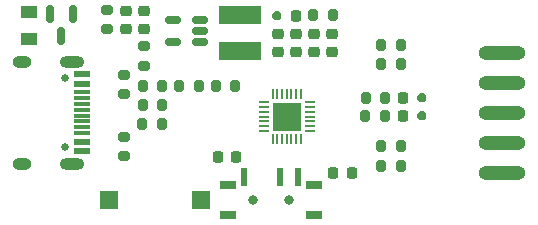
<source format=gbr>
%TF.GenerationSoftware,KiCad,Pcbnew,(6.0.5)*%
%TF.CreationDate,2022-07-01T09:43:07+08:00*%
%TF.ProjectId,dap_ch549f,6461705f-6368-4353-9439-662e6b696361,rev?*%
%TF.SameCoordinates,Original*%
%TF.FileFunction,Soldermask,Top*%
%TF.FilePolarity,Negative*%
%FSLAX46Y46*%
G04 Gerber Fmt 4.6, Leading zero omitted, Abs format (unit mm)*
G04 Created by KiCad (PCBNEW (6.0.5)) date 2022-07-01 09:43:07*
%MOMM*%
%LPD*%
G01*
G04 APERTURE LIST*
G04 Aperture macros list*
%AMRoundRect*
0 Rectangle with rounded corners*
0 $1 Rounding radius*
0 $2 $3 $4 $5 $6 $7 $8 $9 X,Y pos of 4 corners*
0 Add a 4 corners polygon primitive as box body*
4,1,4,$2,$3,$4,$5,$6,$7,$8,$9,$2,$3,0*
0 Add four circle primitives for the rounded corners*
1,1,$1+$1,$2,$3*
1,1,$1+$1,$4,$5*
1,1,$1+$1,$6,$7*
1,1,$1+$1,$8,$9*
0 Add four rect primitives between the rounded corners*
20,1,$1+$1,$2,$3,$4,$5,0*
20,1,$1+$1,$4,$5,$6,$7,0*
20,1,$1+$1,$6,$7,$8,$9,0*
20,1,$1+$1,$8,$9,$2,$3,0*%
%AMOutline5P*
0 Free polygon, 5 corners , with rotation*
0 The origin of the aperture is its center*
0 number of corners: always 5*
0 $1 to $10 corner X, Y*
0 $11 Rotation angle, in degrees counterclockwise*
0 create outline with 5 corners*
4,1,5,$1,$2,$3,$4,$5,$6,$7,$8,$9,$10,$1,$2,$11*%
%AMOutline6P*
0 Free polygon, 6 corners , with rotation*
0 The origin of the aperture is its center*
0 number of corners: always 6*
0 $1 to $12 corner X, Y*
0 $13 Rotation angle, in degrees counterclockwise*
0 create outline with 6 corners*
4,1,6,$1,$2,$3,$4,$5,$6,$7,$8,$9,$10,$11,$12,$1,$2,$13*%
%AMOutline7P*
0 Free polygon, 7 corners , with rotation*
0 The origin of the aperture is its center*
0 number of corners: always 7*
0 $1 to $14 corner X, Y*
0 $15 Rotation angle, in degrees counterclockwise*
0 create outline with 7 corners*
4,1,7,$1,$2,$3,$4,$5,$6,$7,$8,$9,$10,$11,$12,$13,$14,$1,$2,$15*%
%AMOutline8P*
0 Free polygon, 8 corners , with rotation*
0 The origin of the aperture is its center*
0 number of corners: always 8*
0 $1 to $16 corner X, Y*
0 $17 Rotation angle, in degrees counterclockwise*
0 create outline with 8 corners*
4,1,8,$1,$2,$3,$4,$5,$6,$7,$8,$9,$10,$11,$12,$13,$14,$15,$16,$1,$2,$17*%
G04 Aperture macros list end*
%ADD10RoundRect,0.200000X-0.200000X-0.275000X0.200000X-0.275000X0.200000X0.275000X-0.200000X0.275000X0*%
%ADD11RoundRect,0.218750X0.218750X0.256250X-0.218750X0.256250X-0.218750X-0.256250X0.218750X-0.256250X0*%
%ADD12Outline8P,-0.381000X0.190500X-0.190500X0.381000X0.190500X0.381000X0.381000X0.190500X0.381000X-0.190500X0.190500X-0.381000X-0.190500X-0.381000X-0.381000X-0.190500X180.000000*%
%ADD13O,3.999992X1.199998*%
%ADD14RoundRect,0.200000X0.200000X0.275000X-0.200000X0.275000X-0.200000X-0.275000X0.200000X-0.275000X0*%
%ADD15RoundRect,0.150000X-0.150000X0.587500X-0.150000X-0.587500X0.150000X-0.587500X0.150000X0.587500X0*%
%ADD16RoundRect,0.225000X0.250000X-0.225000X0.250000X0.225000X-0.250000X0.225000X-0.250000X-0.225000X0*%
%ADD17RoundRect,0.200000X-0.275000X0.200000X-0.275000X-0.200000X0.275000X-0.200000X0.275000X0.200000X0*%
%ADD18RoundRect,0.150000X0.512500X0.150000X-0.512500X0.150000X-0.512500X-0.150000X0.512500X-0.150000X0*%
%ADD19RoundRect,0.218750X-0.218750X-0.256250X0.218750X-0.256250X0.218750X0.256250X-0.218750X0.256250X0*%
%ADD20Outline8P,-0.381000X0.190500X-0.190500X0.381000X0.190500X0.381000X0.381000X0.190500X0.381000X-0.190500X0.190500X-0.381000X-0.190500X-0.381000X-0.381000X-0.190500X0.000000*%
%ADD21C,0.800000*%
%ADD22R,1.400000X0.800000*%
%ADD23R,0.600000X1.500000*%
%ADD24R,1.397000X1.016000*%
%ADD25RoundRect,0.062500X0.350000X0.062500X-0.350000X0.062500X-0.350000X-0.062500X0.350000X-0.062500X0*%
%ADD26RoundRect,0.062500X0.062500X0.350000X-0.062500X0.350000X-0.062500X-0.350000X0.062500X-0.350000X0*%
%ADD27R,2.400000X2.400000*%
%ADD28C,0.650000*%
%ADD29R,1.450000X0.600000*%
%ADD30R,1.450000X0.300000*%
%ADD31O,2.100000X1.000000*%
%ADD32O,1.600000X1.000000*%
%ADD33R,3.600000X1.500000*%
%ADD34RoundRect,0.225000X0.225000X0.250000X-0.225000X0.250000X-0.225000X-0.250000X0.225000X-0.250000X0*%
%ADD35R,1.500000X1.500000*%
%ADD36RoundRect,0.200000X0.275000X-0.200000X0.275000X0.200000X-0.275000X0.200000X-0.275000X-0.200000X0*%
G04 APERTURE END LIST*
D10*
%TO.C,R7*%
X156810000Y-93380000D03*
X158460000Y-93380000D03*
%TD*%
D11*
%TO.C,LED1*%
X150887500Y-86425000D03*
D12*
X149312500Y-86425000D03*
%TD*%
D13*
%TO.C,P1*%
X168350000Y-89560000D03*
X168350000Y-92100000D03*
X168350000Y-94640000D03*
X168350000Y-97180000D03*
X168350000Y-99720000D03*
%TD*%
D10*
%TO.C,R12*%
X152375000Y-86405000D03*
X154025000Y-86405000D03*
%TD*%
D14*
%TO.C,R16*%
X159800000Y-90560000D03*
X158150000Y-90560000D03*
%TD*%
D15*
%TO.C,Q1*%
X132010000Y-86302500D03*
X130110000Y-86302500D03*
X131060000Y-88177500D03*
%TD*%
D16*
%TO.C,C6*%
X149362500Y-89545000D03*
X149362500Y-87995000D03*
%TD*%
D17*
%TO.C,R1*%
X134910000Y-85945000D03*
X134910000Y-87595000D03*
%TD*%
%TO.C,R3*%
X138052500Y-89035000D03*
X138052500Y-90685000D03*
%TD*%
D10*
%TO.C,R2*%
X156790000Y-94920000D03*
X158440000Y-94920000D03*
%TD*%
D16*
%TO.C,C8*%
X152432500Y-89545000D03*
X152432500Y-87995000D03*
%TD*%
D18*
%TO.C,U2*%
X142790000Y-88690000D03*
X142790000Y-87740000D03*
X142790000Y-86790000D03*
X140515000Y-86790000D03*
X140515000Y-88690000D03*
%TD*%
D19*
%TO.C,CON*%
X159992833Y-93360839D03*
D20*
X161567833Y-93360839D03*
%TD*%
D14*
%TO.C,R15*%
X159800000Y-88940000D03*
X158150000Y-88940000D03*
%TD*%
D21*
%TO.C,SW2*%
X147300003Y-102050000D03*
X150300002Y-102050000D03*
D22*
X145150002Y-103300000D03*
X152450003Y-103300000D03*
X152450003Y-100800000D03*
X145150002Y-100800000D03*
D23*
X146550007Y-100053999D03*
X149550001Y-100053999D03*
X151050003Y-100053997D03*
%TD*%
D16*
%TO.C,C4*%
X136502500Y-87575000D03*
X136502500Y-86025000D03*
%TD*%
D14*
%TO.C,R6*%
X142687500Y-92400000D03*
X141037500Y-92400000D03*
%TD*%
%TO.C,R5*%
X145757500Y-92400000D03*
X144107500Y-92400000D03*
%TD*%
D17*
%TO.C,R11*%
X136370000Y-96685000D03*
X136370000Y-98335000D03*
%TD*%
D24*
%TO.C,FU1*%
X128310000Y-88383000D03*
X128310000Y-86097000D03*
%TD*%
D16*
%TO.C,C7*%
X150902500Y-89545000D03*
X150902500Y-87995000D03*
%TD*%
D10*
%TO.C,R13*%
X158150000Y-97490000D03*
X159800000Y-97490000D03*
%TD*%
D19*
%TO.C,RUN*%
X159985000Y-94920000D03*
D20*
X161560000Y-94920000D03*
%TD*%
D10*
%TO.C,R8*%
X137925000Y-93990000D03*
X139575000Y-93990000D03*
%TD*%
%TO.C,R14*%
X158150000Y-99130000D03*
X159800000Y-99130000D03*
%TD*%
D25*
%TO.C,U1*%
X152067500Y-96170000D03*
X152067500Y-95770000D03*
X152067500Y-95370000D03*
X152067500Y-94970000D03*
X152067500Y-94570000D03*
X152067500Y-94170000D03*
X152067500Y-93770000D03*
D26*
X151330000Y-93032500D03*
X150930000Y-93032500D03*
X150530000Y-93032500D03*
X150130000Y-93032500D03*
X149730000Y-93032500D03*
X149330000Y-93032500D03*
X148930000Y-93032500D03*
D25*
X148192500Y-93770000D03*
X148192500Y-94170000D03*
X148192500Y-94570000D03*
X148192500Y-94970000D03*
X148192500Y-95370000D03*
X148192500Y-95770000D03*
X148192500Y-96170000D03*
D26*
X148930000Y-96907500D03*
X149330000Y-96907500D03*
X149730000Y-96907500D03*
X150130000Y-96907500D03*
X150530000Y-96907500D03*
X150930000Y-96907500D03*
X151330000Y-96907500D03*
D27*
X150130000Y-94970000D03*
%TD*%
D28*
%TO.C,J1*%
X131390000Y-91750000D03*
X131390000Y-97530000D03*
D29*
X132835000Y-91390000D03*
X132835000Y-92190000D03*
D30*
X132835000Y-93390000D03*
X132835000Y-94390000D03*
X132835000Y-94890000D03*
X132835000Y-95890000D03*
D29*
X132835000Y-97090000D03*
X132835000Y-97890000D03*
X132835000Y-97890000D03*
X132835000Y-97090000D03*
D30*
X132835000Y-96390000D03*
X132835000Y-95390000D03*
X132835000Y-93890000D03*
X132835000Y-92890000D03*
D29*
X132835000Y-92190000D03*
X132835000Y-91390000D03*
D31*
X131920000Y-98960000D03*
X131920000Y-90320000D03*
D32*
X127740000Y-90320000D03*
X127740000Y-98960000D03*
%TD*%
D16*
%TO.C,C9*%
X153972500Y-89535000D03*
X153972500Y-87985000D03*
%TD*%
D10*
%TO.C,R4*%
X137947500Y-92400000D03*
X139597500Y-92400000D03*
%TD*%
%TO.C,R9*%
X137905000Y-95580000D03*
X139555000Y-95580000D03*
%TD*%
D33*
%TO.C,L1*%
X146192500Y-86375000D03*
X146192500Y-89425000D03*
%TD*%
D34*
%TO.C,C1*%
X145835000Y-98400000D03*
X144285000Y-98400000D03*
%TD*%
D35*
%TO.C,SW CON*%
X135070000Y-102060000D03*
X142870000Y-102060000D03*
%TD*%
D16*
%TO.C,C5*%
X138052500Y-87575000D03*
X138052500Y-86025000D03*
%TD*%
D36*
%TO.C,R10*%
X136370000Y-93095000D03*
X136370000Y-91445000D03*
%TD*%
D34*
%TO.C,C2*%
X155635000Y-99720000D03*
X154085000Y-99720000D03*
%TD*%
M02*

</source>
